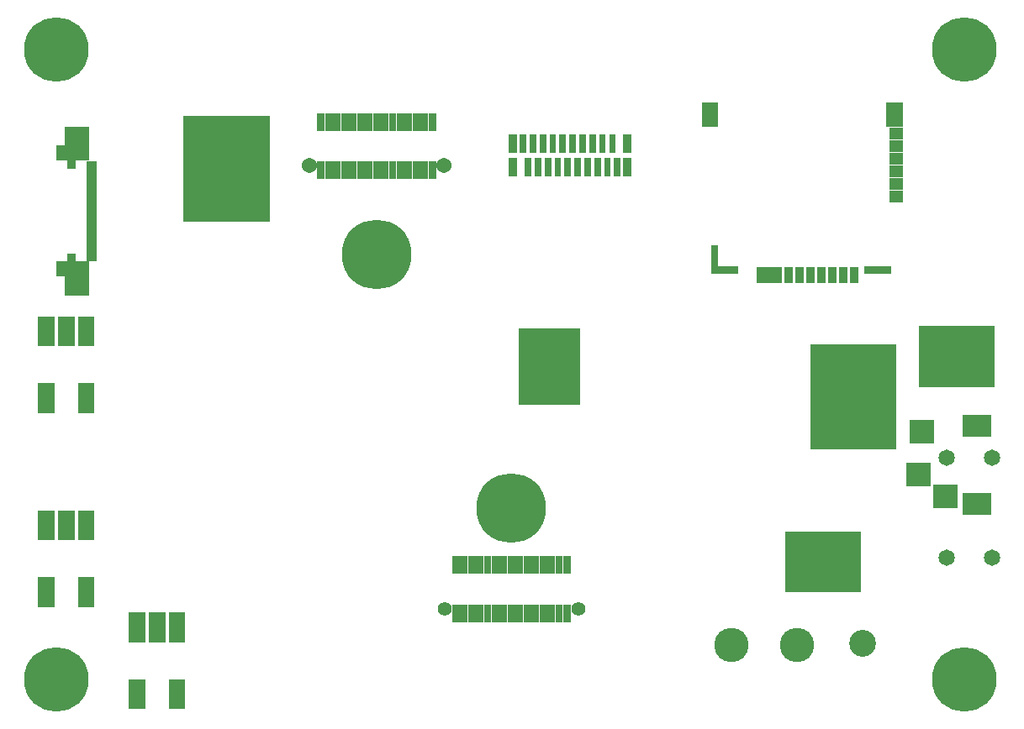
<source format=gbr>
G04 start of page 10 for group -4062 idx -4062 *
G04 Title: (unknown), soldermask *
G04 Creator: pcb 20110918 *
G04 CreationDate: Fri Feb 21 23:26:38 2014 UTC *
G04 For: fosse *
G04 Format: Gerber/RS-274X *
G04 PCB-Dimensions: 550000 350000 *
G04 PCB-Coordinate-Origin: lower left *
%MOIN*%
%FSLAX25Y25*%
%LNBOTTOMMASK*%
%ADD216R,0.0257X0.0257*%
%ADD215R,0.0258X0.0258*%
%ADD214R,0.0454X0.0454*%
%ADD213R,0.0336X0.0336*%
%ADD212R,0.0651X0.0651*%
%ADD211R,0.0848X0.0848*%
%ADD210R,0.0927X0.0927*%
%ADD209R,0.0297X0.0297*%
%ADD208R,0.0277X0.0277*%
%ADD207R,0.0297X0.0297*%
%ADD206R,0.2423X0.2423*%
%ADD205R,0.0651X0.0651*%
%ADD204R,0.3407X0.3407*%
%ADD203R,0.0966X0.0966*%
%ADD202R,0.0336X0.0336*%
%ADD201R,0.0435X0.0435*%
%ADD200R,0.0218X0.0218*%
%ADD199C,0.0651*%
%ADD198C,0.1062*%
%ADD197C,0.2560*%
%ADD196C,0.0554*%
%ADD195C,0.1360*%
%ADD194C,0.0604*%
%ADD193C,0.2760*%
G54D193*X186500Y207000D03*
G54D194*X213076Y242206D03*
G54D193*X239910Y106240D03*
G54D195*X327110Y52090D03*
X353110D03*
G54D196*X266485Y66444D03*
X213335D03*
G54D194*X159926Y242206D03*
G54D197*X59610Y288340D03*
G54D198*X379000Y52500D03*
G54D197*X59610Y38340D03*
G54D199*X430327Y86744D03*
Y126256D03*
X412610Y86744D03*
Y126256D03*
G54D197*X419610Y288340D03*
Y38340D03*
G54D200*X72545Y205540D02*X74513D01*
X72545Y207508D02*X74513D01*
X72545Y209477D02*X74513D01*
X72545Y211445D02*X74513D01*
X72545Y213414D02*X74513D01*
X72545Y215382D02*X74513D01*
X72545Y217351D02*X74513D01*
X72545Y219319D02*X74513D01*
X72545Y221288D02*X74513D01*
X72545Y223256D02*X74513D01*
X72545Y225225D02*X74513D01*
X72545Y227193D02*X74513D01*
X72545Y229162D02*X74513D01*
X72545Y231130D02*X74513D01*
X72545Y233099D02*X74513D01*
G54D201*X61619Y248158D02*Y246386D01*
G54D200*X72545Y235067D02*X74513D01*
G54D202*X65497Y243532D02*Y242744D01*
G54D200*X72545Y237036D02*X74513D01*
X72545Y242941D02*X74513D01*
X72545Y240973D02*X74513D01*
X72545Y239004D02*X74513D01*
G54D203*X67623Y252980D02*Y249043D01*
G54D204*X127000Y244937D02*Y237062D01*
G54D202*X65497Y205737D02*Y204949D01*
G54D201*X61619Y202095D02*Y200323D01*
G54D203*X67622Y199437D02*Y195500D01*
G54D205*X71284Y152610D02*Y147295D01*
X55536Y152610D02*Y147295D01*
X71284Y179185D02*Y173870D01*
X63410Y179185D02*Y173870D01*
X55536Y179185D02*Y173870D01*
X107284Y35110D02*Y29795D01*
X71284Y102185D02*Y96870D01*
Y75610D02*Y70295D01*
X63410Y102185D02*Y96870D01*
X55536Y102185D02*Y96870D01*
Y75610D02*Y70295D01*
X107284Y61685D02*Y56370D01*
X99410Y61685D02*Y56370D01*
X91536Y61685D02*Y56370D01*
Y35110D02*Y29795D01*
G54D206*X255000Y165453D02*Y159547D01*
G54D207*X320622Y200755D02*X328300D01*
G54D208*X320524Y209319D02*Y200657D01*
G54D202*X345505Y200165D02*Y197409D01*
X349836Y200165D02*Y197409D01*
X354166Y200165D02*Y197409D01*
G54D209*X252508Y85696D02*Y81640D01*
G54D207*X249359Y85696D02*Y81641D01*
G54D209*X217862Y85696D02*Y81640D01*
X221012Y85696D02*Y81640D01*
X224161Y85696D02*Y81640D01*
X227311Y85696D02*Y81640D01*
X230460Y85696D02*Y81640D01*
G54D207*X233611Y85696D02*Y81641D01*
G54D209*X236760Y85696D02*Y81640D01*
X239909Y85696D02*Y81640D01*
X243059Y85696D02*Y81640D01*
X246208Y85696D02*Y81640D01*
X261957Y85696D02*Y81640D01*
X258807Y85696D02*Y81640D01*
X255657Y85696D02*Y81640D01*
X261957Y66601D02*Y62546D01*
X258807Y66601D02*Y62546D01*
X255657Y66601D02*Y62546D01*
X252508Y66601D02*Y62546D01*
X217862Y66601D02*Y62546D01*
X221012Y66601D02*Y62546D01*
X224161Y66601D02*Y62546D01*
X227311Y66601D02*Y62546D01*
X230460Y66601D02*Y62546D01*
G54D207*X233611Y66601D02*Y62547D01*
G54D209*X236760Y66601D02*Y62546D01*
X239909Y66601D02*Y62546D01*
X243059Y66601D02*Y62546D01*
X246208Y66601D02*Y62546D01*
G54D207*X249359Y66601D02*Y62547D01*
G54D206*X360547Y85000D02*X366453D01*
G54D210*X411626Y111098D02*X412020D01*
G54D211*X423043Y107949D02*X425799D01*
G54D205*X391883Y264162D02*Y261012D01*
G54D212*X318654Y264162D02*Y261012D01*
G54D202*X338812Y200165D02*Y197409D01*
G54D213*X342158Y200164D02*Y197410D01*
G54D214*X392100Y229890D02*X392847D01*
X392100Y234890D02*X392847D01*
X392100Y239890D02*X392847D01*
X392100Y244890D02*X392847D01*
X392100Y249890D02*X392847D01*
X392100Y254890D02*X392847D01*
G54D215*X279943Y253402D02*Y248678D01*
G54D216*X281911Y243953D02*Y239228D01*
G54D202*X285848Y243559D02*Y239622D01*
G54D216*X277974Y243953D02*Y239228D01*
X274037Y243953D02*Y239228D01*
X270100Y243953D02*Y239228D01*
G54D202*X285848Y253008D02*Y249071D01*
G54D215*X276006Y253402D02*Y248678D01*
X272069Y253402D02*Y248678D01*
X268132Y253402D02*Y248678D01*
X264195Y253402D02*Y248678D01*
X260258Y253402D02*Y248678D01*
X256321Y253402D02*Y248678D01*
X252384Y253402D02*Y248678D01*
X248447Y253402D02*Y248678D01*
X244510Y253402D02*Y248678D01*
G54D202*X240572Y253008D02*Y249071D01*
G54D216*X266163Y243953D02*Y239228D01*
G54D215*X262226Y243953D02*Y239229D01*
X258289Y243953D02*Y239229D01*
X254352Y243953D02*Y239229D01*
X250415Y243953D02*Y239229D01*
X246478Y243953D02*Y239229D01*
G54D202*X240572Y243559D02*Y239622D01*
G54D209*X208548Y261458D02*Y257402D01*
X205398Y261458D02*Y257402D01*
X202248Y261458D02*Y257402D01*
X199099Y261458D02*Y257402D01*
G54D207*X195950Y261458D02*Y257403D01*
G54D209*X164453Y261458D02*Y257402D01*
X167603Y261458D02*Y257402D01*
X170752Y261458D02*Y257402D01*
X173902Y261458D02*Y257402D01*
X177051Y261458D02*Y257402D01*
G54D207*X180202Y261458D02*Y257403D01*
G54D209*X183351Y261458D02*Y257402D01*
X186500Y261458D02*Y257402D01*
X189650Y261458D02*Y257402D01*
X192799Y261458D02*Y257402D01*
X208548Y242363D02*Y238308D01*
X205398Y242363D02*Y238308D01*
X202248Y242363D02*Y238308D01*
X199099Y242363D02*Y238308D01*
G54D207*X195950Y242363D02*Y238309D01*
G54D209*X164453Y242363D02*Y238308D01*
X167603Y242363D02*Y238308D01*
X170752Y242363D02*Y238308D01*
X173902Y242363D02*Y238308D01*
X177051Y242363D02*Y238308D01*
G54D207*X180202Y242363D02*Y238309D01*
G54D209*X183351Y242363D02*Y238308D01*
X186500Y242363D02*Y238308D01*
X189650Y242363D02*Y238308D01*
X192799Y242363D02*Y238308D01*
G54D202*X358497Y200165D02*Y197409D01*
X362828Y200165D02*Y197409D01*
G54D213*X367158Y200164D02*Y197410D01*
G54D202*X371489Y200165D02*Y197409D01*
X375820Y200165D02*Y197409D01*
G54D207*X381252Y200755D02*X389126D01*
G54D210*X402571Y136689D02*X402965D01*
G54D204*X375500Y154438D02*Y146563D01*
G54D211*X423043Y139051D02*X425799D01*
G54D210*X400996Y119760D02*X401390D01*
G54D206*X413547Y166500D02*X419453D01*
M02*

</source>
